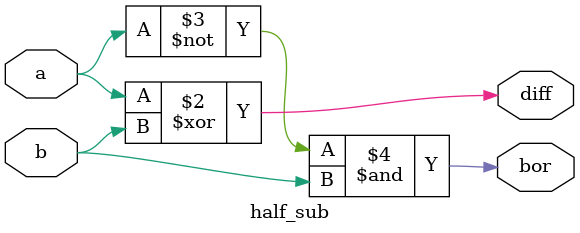
<source format=v>
`timescale 1ns / 1ps

module half_sub(
input a,b,
output reg diff,bor
);
    always @ (*) begin
        diff = a^b;
        bor = (~a)&b;
    end
endmodule

</source>
